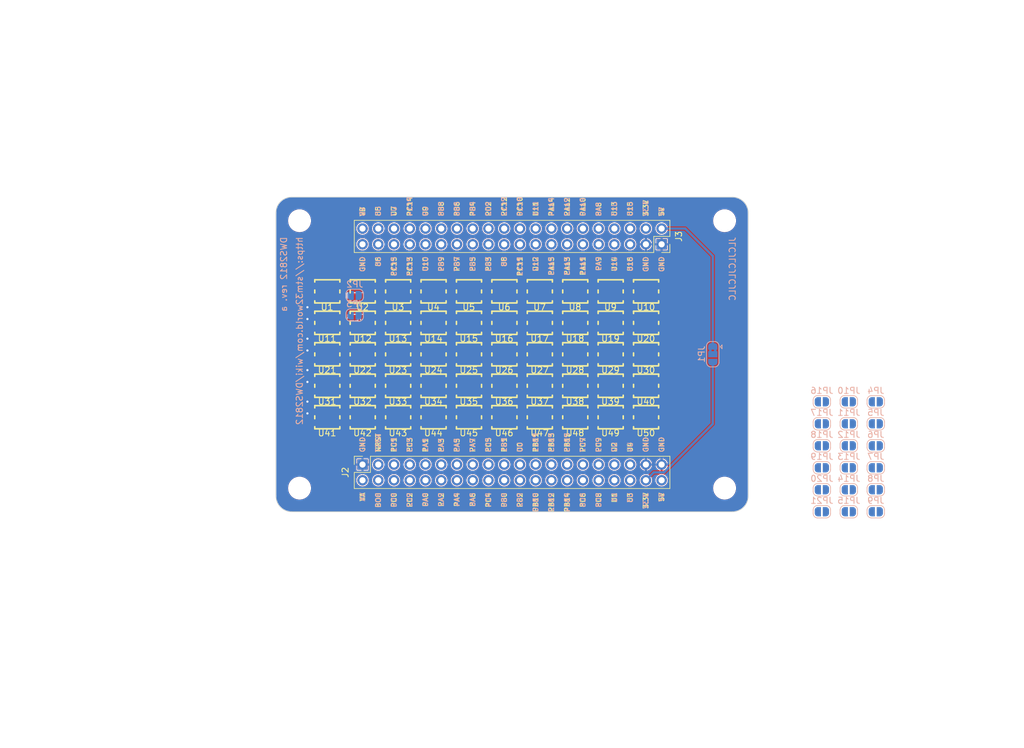
<source format=kicad_pcb>
(kicad_pcb (version 20221018) (generator pcbnew)
  (title_block (title "${TITLE}") (rev "${REVISION}") (company "${COMPANY}") (comment 1 "${AUTHOR}") (comment 2 "${AUTHOR_EMAIL}") (comment 3 "${URL}"))
  (layers (0 "F.Cu" signal) (31 "B.Cu" signal) (34 "B.Paste" user) (35 "F.Paste" user) (36 "B.SilkS" user "B.Silkscreen") (37 "F.SilkS" user "F.Silkscreen") (38 "B.Mask" user) (39 "F.Mask" user) (44 "Edge.Cuts" user))
  (property "AUTHOR" "Lars Boegild Thomsen")
  (property "AUTHOR_EMAIL" "lth@stm32world.com")
  (property "COMPANY" "Stm32World")
  (property "REVISION" "a")
  (property "TITLE" "DWS2812")
  (property "URL" "https://stm32world.com/wiki/DWS2812")
  (net 0 "")
  (net 1 "+3.3V")
  (net 9 "TIM5_2")
  (net 10 "TIM5_1")
  (net 11 "TIM5_4")
  (net 12 "TIM5_3")
  (net 23 "TIM2_4")
  (net 24 "TIM2_3")
  (net 29 "TIM3_2")
  (net 30 "TIM3_1")
  (net 31 "TIM3_4")
  (net 32 "TIM3_3")
  (net 37 "+5V")
  (net 42 "TIM1_2")
  (net 43 "TIM1_1")
  (net 44 "TIM1_4")
  (net 45 "TIM1_3")
  (net 48 "TIM2_1")
  (net 56 "TIM2_2")
  (net 74 "VCC")
  (net 75 "Net-(U1-DO)")
  (net 76 "GND")
  (net 77 "Net-(U2-DO)")
  (net 78 "Net-(U3-DO)")
  (net 79 "Net-(U4-DO)")
  (net 80 "Net-(U5-DO)")
  (net 81 "Net-(U6-DO)")
  (net 82 "Net-(U7-DO)")
  (net 83 "Net-(U8-DO)")
  (net 84 "Net-(U10-DI)")
  (net 85 "Net-(U10-DO)")
  (net 86 "Net-(U20-DO)")
  (net 87 "Net-(U11-DO)")
  (net 88 "Net-(U12-DO)")
  (net 89 "Net-(U13-DO)")
  (net 90 "Net-(U14-DO)")
  (net 91 "Net-(U15-DO)")
  (net 92 "Net-(U16-DO)")
  (net 93 "Net-(U17-DO)")
  (net 94 "Net-(U18-DO)")
  (net 95 "Net-(U19-DO)")
  (net 96 "Net-(U30-DO)")
  (net 97 "Net-(U40-DO)")
  (net 98 "Net-(U21-DO)")
  (net 99 "Net-(U22-DO)")
  (net 100 "Net-(U23-DO)")
  (net 101 "Net-(U24-DO)")
  (net 102 "Net-(U25-DO)")
  (net 103 "Net-(U26-DO)")
  (net 104 "Net-(U27-DO)")
  (net 105 "Net-(U28-DO)")
  (net 106 "Net-(U29-DO)")
  (net 107 "Net-(U31-DO)")
  (net 108 "Net-(U32-DO)")
  (net 109 "Net-(U33-DO)")
  (net 110 "Net-(U34-DO)")
  (net 111 "Net-(U35-DO)")
  (net 112 "Net-(U36-DO)")
  (net 113 "Net-(U37-DO)")
  (net 114 "Net-(U38-DO)")
  (net 115 "Net-(U39-DO)")
  (net 116 "Net-(U41-DO)")
  (net 117 "Net-(U42-DO)")
  (net 118 "Net-(U43-DO)")
  (net 119 "Net-(U44-DO)")
  (net 120 "Net-(U45-DO)")
  (net 121 "Net-(U46-DO)")
  (net 122 "Net-(U47-DO)")
  (net 123 "Net-(U48-DO)")
  (net 124 "Net-(U49-DO)")
  (net 126 "LED")
  (net 127 "TIM4_1")
  (net 128 "TIM4_2")
  (net 129 "TIM4_3")
  (net 130 "TIM4_4")
  (footprint "stm32world:LED-SMD_4P-L3.7-W3.5-P1.75-BR-SK6812MINI" (layer "F.Cu") (at 167.64 100.33 180)
    (fp_text reference "U40")
    (fp_text value "WS2812E")
  )
  (footprint "stm32world:LED-SMD_4P-L3.7-W3.5-P1.75-BR-SK6812MINI" (layer "F.Cu") (at 121.92 90.17 180)
    (fp_text reference "U12")
    (fp_text value "WS2812E")
  )
  (footprint "stm32world:LED-SMD_4P-L3.7-W3.5-P1.75-BR-SK6812MINI" (layer "F.Cu") (at 116.205 100.33 180)
    (fp_text reference "U31")
    (fp_text value "WS2812E")
  )
  (footprint "stm32world:LED-SMD_4P-L3.7-W3.5-P1.75-BR-SK6812MINI" (layer "F.Cu") (at 150.495 85.09 180)
    (fp_text reference "U7")
    (fp_text value "WS2812E")
  )
  (footprint "stm32world:LED-SMD_4P-L3.7-W3.5-P1.75-BR-SK6812MINI" (layer "F.Cu") (at 156.21 95.25 180)
    (fp_text reference "U28")
    (fp_text value "WS2812E")
  )
  (footprint "stm32world:LED-SMD_4P-L3.7-W3.5-P1.75-BR-SK6812MINI" (layer "F.Cu") (at 121.92 95.25 180)
    (fp_text reference "U22")
    (fp_text value "WS2812E")
  )
  (footprint "stm32world:LED-SMD_4P-L3.7-W3.5-P1.75-BR-SK6812MINI" (layer "F.Cu") (at 133.35 90.17 180)
    (fp_text reference "U14")
    (fp_text value "WS2812E")
  )
  (footprint "stm32world:LED-SMD_4P-L3.7-W3.5-P1.75-BR-SK6812MINI" (layer "F.Cu") (at 133.35 100.33 180)
    (fp_text reference "U34")
    (fp_text value "WS2812E")
  )
  (footprint "stm32world:LED-SMD_4P-L3.7-W3.5-P1.75-BR-SK6812MINI" (layer "F.Cu") (at 161.925 100.33 180)
    (fp_text reference "U39")
    (fp_text value "WS2812E")
  )
  (footprint "stm32world:LED-SMD_4P-L3.7-W3.5-P1.75-BR-SK6812MINI" (layer "F.Cu") (at 139.065 105.41 180)
    (fp_text reference "U45")
    (fp_text value "WS2812E")
  )
  (footprint "stm32world:LED-SMD_4P-L3.7-W3.5-P1.75-BR-SK6812MINI" (layer "F.Cu") (at 121.92 85.09 180)
    (fp_text reference "U2")
    (fp_text value "WS2812E")
  )
  (footprint "stm32world:LED-SMD_4P-L3.7-W3.5-P1.75-BR-SK6812MINI" (layer "F.Cu") (at 133.35 85.09 180)
    (fp_text reference "U4")
    (fp_text value "WS2812E")
  )
  (footprint "stm32world:LED-SMD_4P-L3.7-W3.5-P1.75-BR-SK6812MINI" (layer "F.Cu") (at 144.78 85.09 180)
    (fp_text reference "U6")
    (fp_text value "WS2812E")
  )
  (footprint "stm32world:LED-SMD_4P-L3.7-W3.5-P1.75-BR-SK6812MINI" (layer "F.Cu") (at 156.21 105.41 180)
    (fp_text reference "U48")
    (fp_text value "WS2812E")
  )
  (footprint "stm32world:LED-SMD_4P-L3.7-W3.5-P1.75-BR-SK6812MINI" (layer "F.Cu") (at 127.635 105.41 180)
    (fp_text reference "U43")
    (fp_text value "WS2812E")
  )
  (footprint "stm32world:LED-SMD_4P-L3.7-W3.5-P1.75-BR-SK6812MINI" (layer "F.Cu") (at 161.925 105.41 180)
    (fp_text reference "U49")
    (fp_text value "WS2812E")
  )
  (footprint "stm32world:LED-SMD_4P-L3.7-W3.5-P1.75-BR-SK6812MINI" (layer "F.Cu") (at 156.21 100.33 180)
    (fp_text reference "U38")
    (fp_text value "WS2812E")
  )
  (footprint "stm32world:LED-SMD_4P-L3.7-W3.5-P1.75-BR-SK6812MINI" (layer "F.Cu") (at 139.065 85.09 180)
    (fp_text reference "U5")
    (fp_text value "WS2812E")
  )
  (footprint "stm32world:LED-SMD_4P-L3.7-W3.5-P1.75-BR-SK6812MINI" (layer "F.Cu") (at 167.64 95.25 180)
    (fp_text reference "U30")
    (fp_text value "WS2812E")
  )
  (footprint "stm32world:LED-SMD_4P-L3.7-W3.5-P1.75-BR-SK6812MINI" (layer "F.Cu") (at 150.495 100.33 180)
    (fp_text reference "U37")
    (fp_text value "WS2812E")
  )
  (footprint "stm32world:LED-SMD_4P-L3.7-W3.5-P1.75-BR-SK6812MINI" (layer "F.Cu") (at 161.925 95.25 180)
    (fp_text reference "U29")
    (fp_text value "WS2812E")
  )
  (footprint "stm32world:LED-SMD_4P-L3.7-W3.5-P1.75-BR-SK6812MINI" (layer "F.Cu") (at 156.21 85.09 180)
    (fp_text reference "U8")
    (fp_text value "WS2812E")
  )
  (footprint "stm32world:LED-SMD_4P-L3.7-W3.5-P1.75-BR-SK6812MINI" (layer "F.Cu") (at 116.205 105.41 180)
    (fp_text reference "U41")
    (fp_text value "WS2812E")
  )
  (footprint "stm32world:LED-SMD_4P-L3.7-W3.5-P1.75-BR-SK6812MINI" (layer "F.Cu") (at 139.065 100.33 180)
    (fp_text reference "U35")
    (fp_text value "WS2812E")
  )
  (footprint "stm32world:LED-SMD_4P-L3.7-W3.5-P1.75-BR-SK6812MINI" (layer "F.Cu") (at 144.78 105.41 180)
    (fp_text reference "U46")
    (fp_text value "WS2812E")
  )
  (footprint "stm32world:LED-SMD_4P-L3.7-W3.5-P1.75-BR-SK6812MINI" (layer "F.Cu") (at 167.64 85.09 180)
    (fp_text reference "U10")
    (fp_text value "WS2812E")
  )
  (footprint "stm32world:PinSocket_2x20_P2.54mm_Vertical_Stackable" (layer "F.Cu") (at 170.18 77.47 -90)
    (fp_text reference "J3")
    (fp_text value "STM32WORLD_CONNECTOR_2")
  )
  (footprint "stm32world:LED-SMD_4P-L3.7-W3.5-P1.75-BR-SK6812MINI" (layer "F.Cu") (at 150.495 90.17 180)
    (fp_text reference "U17")
    (fp_text value "WS2812E")
  )
  (footprint "stm32world:LED-SMD_4P-L3.7-W3.5-P1.75-BR-SK6812MINI" (layer "F.Cu") (at 150.495 105.41 180)
    (fp_text reference "U47")
    (fp_text value "WS2812E")
  )
  (footprint "stm32world:LED-SMD_4P-L3.7-W3.5-P1.75-BR-SK6812MINI" (layer "F.Cu") (at 127.635 90.17 180)
    (fp_text reference "U13")
    (fp_text value "WS2812E")
  )
  (footprint "stm32world:LED-SMD_4P-L3.7-W3.5-P1.75-BR-SK6812MINI" (layer "F.Cu") (at 127.635 85.09 180)
    (fp_text reference "U3")
    (fp_text value "WS2812E")
  )
  (footprint "stm32world:LED-SMD_4P-L3.7-W3.5-P1.75-BR-SK6812MINI" (layer "F.Cu") (at 161.925 90.17 180)
    (fp_text reference "U19")
    (fp_text value "WS2812E")
  )
  (footprint "stm32world:LED-SMD_4P-L3.7-W3.5-P1.75-BR-SK6812MINI" (layer "F.Cu") (at 116.205 95.25 180)
    (fp_text reference "U21")
    (fp_text value "WS2812E")
  )
  (footprint "stm32world:LED-SMD_4P-L3.7-W3.5-P1.75-BR-SK6812MINI" (layer "F.Cu") (at 116.205 90.17 180)
    (fp_text reference "U11")
    (fp_text value "WS2812E")
  )
  (footprint "stm32world:LED-SMD_4P-L3.7-W3.5-P1.75-BR-SK6812MINI" (layer "F.Cu") (at 167.64 105.41 180)
    (fp_text reference "U50")
    (fp_text value "WS2812E")
  )
  (footprint "stm32world:LED-SMD_4P-L3.7-W3.5-P1.75-BR-SK6812MINI" (layer "F.Cu") (at 139.065 90.17 180)
    (fp_text reference "U15")
    (fp_text value "WS2812E")
  )
  (footprint "stm32world:LED-SMD_4P-L3.7-W3.5-P1.75-BR-SK6812MINI" (layer "F.Cu") (at 150.495 95.25 180)
    (fp_text reference "U27")
    (fp_text value "WS2812E")
  )
  (footprint "stm32world:LED-SMD_4P-L3.7-W3.5-P1.75-BR-SK6812MINI" (layer "F.Cu") (at 144.78 100.33 180)
    (fp_text reference "U36")
    (fp_text value "WS2812E")
  )
  (footprint "stm32world:LED-SMD_4P-L3.7-W3.5-P1.75-BR-SK6812MINI" (layer "F.Cu") (at 121.92 105.41 180)
    (fp_text reference "U42")
    (fp_text value "WS2812E")
  )
  (footprint "stm32world:STM32WORLD_BOARD" (layer "F.Cu") (at 146.05 95.25)
    (fp_text reference "J1" hide)
    (fp_text value "STM32WORLD_BOARD")
    (fp_line (start -38.1 22.86) (end -38.1 -22.86) (stroke (width 0.12)) (layer "Edge.Cuts"))
    (fp_line (start -35.56 -25.4) (end 35.56 -25.4) (stroke (width 0.12)) (layer "Edge.Cuts"))
    (fp_line (start 35.56 25.4) (end -35.56 25.4) (stroke (width 0.12)) (layer "Edge.Cuts"))
    (fp_line (start 38.1 -22.86) (end 38.1 22.86) (stroke (width 0.12)) (layer "Edge.Cuts"))
    (fp_arc (start -38.1 -22.86) (mid -37.356051 -24.656051) (end -35.56 -25.4) (stroke (width 0.12)) (layer "Edge.Cuts"))
    (fp_arc (start -35.56 25.4) (mid -37.356051 24.656051) (end -38.1 22.86) (stroke (width 0.12)) (layer "Edge.Cuts"))
    (fp_arc (start 35.56 -25.4) (mid 37.356051 -24.656051) (end 38.1 -22.86) (stroke (width 0.12)) (layer "Edge.Cuts"))
    (fp_arc (start 38.1 22.86) (mid 37.356051 24.656051) (end 35.56 25.4) (stroke (width 0.12)) (layer "Edge.Cuts"))
  )
  (footprint "stm32world:LED-SMD_4P-L3.7-W3.5-P1.75-BR-SK6812MINI" (layer "F.Cu") (at 127.635 100.33 180)
    (fp_text reference "U33")
    (fp_text value "WS2812E")
  )
  (footprint "stm32world:LED-SMD_4P-L3.7-W3.5-P1.75-BR-SK6812MINI" (layer "F.Cu") (at 156.21 90.17 180)
    (fp_text reference "U18")
    (fp_text value "WS2812E")
  )
  (footprint "stm32world:LED-SMD_4P-L3.7-W3.5-P1.75-BR-SK6812MINI" (layer "F.Cu") (at 139.065 95.25 180)
    (fp_text reference "U25")
    (fp_text value "WS2812E")
  )
  (footprint "stm32world:LED-SMD_4P-L3.7-W3.5-P1.75-BR-SK6812MINI" (layer "F.Cu") (at 144.78 90.17 180)
    (fp_text reference "U16")
    (fp_text value "WS2812E")
  )
  (footprint "stm32world:LED-SMD_4P-L3.7-W3.5-P1.75-BR-SK6812MINI" (layer "F.Cu") (at 133.35 105.41 180)
    (fp_text reference "U44")
    (fp_text value "WS2812E")
  )
  (footprint "stm32world:LED-SMD_4P-L3.7-W3.5-P1.75-BR-SK6812MINI" (layer "F.Cu") (at 167.64 90.17 180)
    (fp_text reference "U20")
    (fp_text value "WS2812E")
  )
  (footprint "stm32world:LED-SMD_4P-L3.7-W3.5-P1.75-BR-SK6812MINI" (layer "F.Cu") (at 116.205 85.09 180)
    (fp_text reference "U1")
    (fp_text value "WS2812E")
  )
  (footprint "stm32world:LED-SMD_4P-L3.7-W3.5-P1.75-BR-SK6812MINI" (layer "F.Cu") (at 121.92 100.33 180)
    (fp_text reference "U32")
    (fp_text value "WS2812E")
  )
  (footprint "stm32world:PinSocket_2x20_P2.54mm_Vertical_Stackable" (layer "F.Cu") (at 121.92 113.03 90)
    (fp_text reference "J2")
    (fp_text value "STM32WORLD_CONNECTOR_1")
  )
  (footprint "stm32world:LED-SMD_4P-L3.7-W3.5-P1.75-BR-SK6812MINI" (layer "F.Cu") (at 144.78 95.25 180)
    (fp_text reference "U26")
    (fp_text value "WS2812E")
  )
  (footprint "stm32world:LED-SMD_4P-L3.7-W3.5-P1.75-BR-SK6812MINI" (layer "F.Cu") (at 133.35 95.25 180)
    (fp_text reference "U24")
    (fp_text value "WS2812E")
  )
  (footprint "stm32world:LED-SMD_4P-L3.7-W3.5-P1.75-BR-SK6812MINI" (layer "F.Cu") (at 127.635 95.25 180)
    (fp_text reference "U23")
    (fp_text value "WS2812E")
  )
  (footprint "stm32world:LED-SMD_4P-L3.7-W3.5-P1.75-BR-SK6812MINI" (layer "F.Cu") (at 161.925 85.09 180)
    (fp_text reference "U9")
    (fp_text value "WS2812E")
  )
  (footprint "Jumper:SolderJumper-2_P1.3mm_Open_RoundedPad1.0x1.5mm" (layer "B.Cu") (at 204.738334 102.9 180)
    (fp_text reference "JP4")
    (fp_text value "~")
  )
  (footprint "Jumper:SolderJumper-2_P1.3mm_Open_RoundedPad1.0x1.5mm" (layer "B.Cu") (at 204.738334 106.45 180)
    (fp_text reference "JP5")
    (fp_text value "~")
  )
  (footprint "Jumper:SolderJumper-2_P1.3mm_Open_RoundedPad1.0x1.5mm" (layer "B.Cu") (at 200.388334 102.9 180)
    (fp_text reference "JP10")
    (fp_text value "~")
  )
  (footprint "Jumper:SolderJumper-2_P1.3mm_Open_RoundedPad1.0x1.5mm" (layer "B.Cu") (at 204.738334 120.65 180)
    (fp_text reference "JP9")
    (fp_text value "~")
  )
  (footprint "Jumper:SolderJumper-3_P1.3mm_Bridged2Bar12_RoundedPad1.0x1.5mm" (layer "B.Cu") (at 178.435 95.22 -90)
    (fp_text reference "JP1")
    (fp_text value "~")
  )
  (footprint "Jumper:SolderJumper-2_P1.3mm_Open_RoundedPad1.0x1.5mm" (layer "B.Cu") (at 196.038334 106.45 180)
    (fp_text reference "JP17")
    (fp_text value "~")
  )
  (footprint "Jumper:SolderJumper-2_P1.3mm_Open_RoundedPad1.0x1.5mm" (layer "B.Cu") (at 200.388334 113.55 180)
    (fp_text reference "JP13")
    (fp_text value "~")
  )
  (footprint "Jumper:SolderJumper-2_P1.3mm_Open_RoundedPad1.0x1.5mm" (layer "B.Cu") (at 120.65 88.9 180)
    (fp_text reference "JP3")
    (fp_text value "~")
  )
  (footprint "Jumper:SolderJumper-2_P1.3mm_Open_RoundedPad1.0x1.5mm" (layer "B.Cu") (at 196.038334 117.1 180)
    (fp_text reference "JP20")
    (fp_text value "~")
  )
  (footprint "Jumper:SolderJumper-2_P1.3mm_Open_RoundedPad1.0x1.5mm" (layer "B.Cu") (at 204.738334 113.55 180)
    (fp_text reference "JP7")
    (fp_text value "~")
  )
  (footprint "Jumper:SolderJumper-2_P1.3mm_Open_RoundedPad1.0x1.5mm" (layer "B.Cu") (at 200.388334 117.1 180)
    (fp_text reference "JP14")
    (fp_text value "~")
  )
  (footprint "Jumper:SolderJumper-2_P1.3mm_Open_RoundedPad1.0x1.5mm" (layer "B.Cu") (at 204.738334 110 180)
    (fp_text reference "JP6")
    (fp_text value "~")
  )
  (footprint "Jumper:SolderJumper-2_P1.3mm_Open_RoundedPad1.0x1.5mm" (layer "B.Cu") (at 200.388334 106.45 180)
    (fp_text reference "JP11")
    (fp_text value "~")
  )
  (footprint "Jumper:SolderJumper-2_P1.3mm_Open_RoundedPad1.0x1.5mm" (layer "B.Cu") (at 196.038334 102.9 180)
    (fp_text reference "JP16")
    (fp_text value "~")
  )
  (footprint "Jumper:SolderJumper-2_P1.3mm_Open_RoundedPad1.0x1.5mm" (layer "B.Cu") (at 196.038334 110 180)
    (fp_text reference "JP18")
    (fp_text value "~")
  )
  (footprint "Jumper:SolderJumper-2_P1.3mm_Open_RoundedPad1.0x1.5mm" (layer "B.Cu") (at 120.665 85.725 180)
    (fp_text reference "JP2")
    (fp_text value "~")
  )
  (footprint "Jumper:SolderJumper-2_P1.3mm_Open_RoundedPad1.0x1.5mm" (layer "B.Cu") (at 200.388334 120.65 180)
    (fp_text reference "JP15")
    (fp_text value "~")
  )
  (footprint "Jumper:SolderJumper-2_P1.3mm_Open_RoundedPad1.0x1.5mm" (layer "B.Cu") (at 196.038334 120.65 180)
    (fp_text reference "JP21")
    (fp_text value "~")
  )
  (footprint "Jumper:SolderJumper-2_P1.3mm_Open_RoundedPad1.0x1.5mm" (layer "B.Cu") (at 196.038334 113.55 180)
    (fp_text reference "JP19")
    (fp_text value "~")
  )
  (footprint "Jumper:SolderJumper-2_P1.3mm_Open_RoundedPad1.0x1.5mm" (layer "B.Cu") (at 204.738334 117.1 180)
    (fp_text reference "JP8")
    (fp_text value "~")
  )
  (footprint "Jumper:SolderJumper-2_P1.3mm_Open_RoundedPad1.0x1.5mm" (layer "B.Cu") (at 200.388334 110 180)
    (fp_text reference "JP12")
    (fp_text value "~")
  )
  (segment (start 168.91 114.3) (end 167.64 115.57) (width 0.381) (layer "B.Cu") (net 1))
  (segment (start 178.435 106.462016) (end 170.597016 114.3) (width 0.381) (layer "B.Cu") (net 1))
  (segment (start 170.597016 114.3) (end 168.91 114.3) (width 0.381) (layer "B.Cu") (net 1))
  (segment (start 178.435 96.52) (end 178.435 106.462016) (width 0.381) (layer "B.Cu") (net 1))
  (segment (start 178.435 93.92) (end 178.435 79.375) (width 0.381) (layer "B.Cu") (net 37))
  (segment (start 178.435 79.375) (end 173.99 74.93) (width 0.381) (layer "B.Cu") (net 37))
  (segment (start 173.99 74.93) (end 170.18 74.93) (width 0.381) (layer "B.Cu") (net 37))
  (segment (start 132.18 101.21) (end 133.205 102.235) (width 0.381) (layer "F.Cu") (net 74))
  (segment (start 121.6492 107.315) (end 125.44 107.315) (width 0.381) (layer "F.Cu") (net 74))
  (segment (start 160.755 106.29) (end 161.78 107.315) (width 0.381) (layer "F.Cu") (net 74))
  (segment (start 119.725 97.155) (end 120.75 96.13) (width 0.381) (layer "F.Cu") (net 74))
  (segment (start 161.6979 102.1529) (end 165.5271 102.1529) (width 0.381) (layer "F.Cu") (net 74))
  (segment (start 136.87 107.315) (end 137.895 106.29) (width 0.381) (layer "F.Cu") (net 74))
  (segment (start 120.75 101.21) (end 121.775 102.235) (width 0.381) (layer "F.Cu") (net 74))
  (segment (start 115.035 106.29) (end 115.9779 107.2329) (width 0.381) (layer "F.Cu") (net 74))
  (segment (start 133.1229 91.9929) (end 136.9521 91.9929) (width 0.381) (layer "F.Cu") (net 74))
  (segment (start 143.61 91.05) (end 144.5529 91.9929) (width 0.381) (layer "F.Cu") (net 74))
  (segment (start 165.5271 91.9929) (end 166.47 91.05) (width 0.381) (layer "F.Cu") (net 74))
  (segment (start 165.445 97.155) (end 166.47 96.13) (width 0.381) (layer "F.Cu") (net 74))
  (segment (start 111.76 101.29) (end 111.76 105.41) (width 0.381) (layer "F.Cu") (net 74))
  (segment (start 111.8 91.05) (end 115.035 91.05) (width 0.381) (layer "F.Cu") (net 74))
  (segment (start 127.4079 91.9929) (end 131.2371 91.9929) (width 0.381) (layer "F.Cu") (net 74))
  (segment (start 132.18 91.05) (end 133.1229 91.9929) (width 0.381) (layer "F.Cu") (net 74))
  (segment (start 115.035 101.21) (end 116.06 102.235) (width 0.381) (layer "F.Cu") (net 74))
  (segment (start 126.465 85.97) (end 127.49 86.995) (width 0.381) (layer "F.Cu") (net 74))
  (segment (start 149.325 85.97) (end 150.35 86.995) (width 0.381) (layer "F.Cu") (net 74))
  (segment (start 159.8121 97.0729) (end 160.755 96.13) (width 0.381) (layer "F.Cu") (net 74))
  (segment (start 155.04 96.13) (end 155.9829 97.0729) (width 0.381) (layer "F.Cu") (net 74))
  (segment (start 111.76 105.41) (end 112.64 106.29) (width 0.381) (layer "F.Cu") (net 74))
  (segment (start 127.49 107.315) (end 131.155 107.315) (width 0.381) (layer "F.Cu") (net 74))
  (segment (start 160.755 91.05) (end 161.6979 91.9929) (width 0.381) (layer "F.Cu") (net 74))
  (segment (start 142.585 107.315) (end 143.61 106.29) (width 0.381) (layer "F.Cu") (net 74))
  (segment (start 161.78 107.315) (end 165.445 107.315) (width 0.381) (layer "F.Cu") (net 74))
  (segment (start 131.155 86.995) (end 132.18 85.97) (width 0.381) (layer "F.Cu") (net 74))
  (segment (start 148.3 102.235) (end 149.325 101.21) (width 0.381) (layer "F.Cu") (net 74))
  (segment (start 150.35 97.155) (end 154.015 97.155) (width 0.381) (layer "F.Cu") (net 74))
  (segment (start 165.445 107.315) (end 166.47 106.29) (width 0.381) (layer "F.Cu") (net 74))
  (segment (start 159.73 86.995) (end 160.755 85.97) (width 0.381) (layer "F.Cu") (net 74))
  (segment (start 144.5529 86.9129) (end 148.3821 86.9129) (width 0.381) (layer "F.Cu") (net 74))
  (segment (start 160.755 91.05) (end 159.8121 91.9929) (width 0.381) (layer "F.Cu") (net 74))
  (segment (start 149.325 106.29) (end 150.2679 107.2329) (width 0.381) (layer "F.Cu") (net 74))
  (segment (start 127.49 86.995) (end 131.155 86.995) (width 0.381) (layer "F.Cu") (net 74))
  (segment (start 131.155 102.235) (end 132.18 101.21) (width 0.381) (layer "F.Cu") (net 74))
  (segment (start 150.35 102.235) (end 154.015 102.235) (width 0.381) (layer "F.Cu") (net 74))
  (segment (start 144.5529 97.0729) (end 148.3821 97.0729) (width 0.381) (layer "F.Cu") (net 74))
  (segment (start 120.75 91.05) (end 121.6929 91.9929) (width 0.381) (layer "F.Cu") (net 74))
  (segment (start 115.035 85.97) (end 116.06 86.995) (width 0.381) (layer "F.Cu") (net 74))
  (segment (start 111.76 91.01) (end 111.8 91.05) (width 0.381) (layer "F.Cu") (net 74))
  (segment (start 143.61 106.29) (end 144.635 107.315) (width 0.381) (layer "F.Cu") (net 74))
  (segment (start 165.5271 102.1529) (end 166.47 101.21) (width 0.381) (layer "F.Cu") (net 74))
  (segment (start 131.2371 97.0729) (end 132.18 96.13) (width 0.381) (layer "F.Cu") (net 74))
  (segment (start 137.895 91.05) (end 138.92 92.075) (width 0.381) (layer "F.Cu") (net 74))
  (segment (start 115.035 91.05) (end 115.9779 91.9929) (width 0.381) (layer "F.Cu") (net 74))
  (segment (start 150.2679 91.9929) (end 154.0971 91.9929) (width 0.381) (layer "F.Cu") (net 74))
  (segment (start 154.0971 107.2329) (end 155.04 106.29) (width 0.381) (layer "F.Cu") (net 74))
  (segment (start 115.9779 91.9929) (end 119.8071 91.9929) (width 0.381) (layer "F.Cu") (net 74))
  (segment (start 142.585 86.995) (end 143.61 85.97) (width 0.381) (layer "F.Cu") (net 74))
  (segment (start 112.785 85.97) (end 111.76 86.995) (width 0.381) (layer "F.Cu") (net 74))
  (segment (start 156.065 86.995) (end 159.73 86.995) (width 0.381) (layer "F.Cu") (net 74))
  (segment (start 154.015 102.235) (end 155.04 101.21) (width 0.381) (layer "F.Cu") (net 74))
  (segment (start 119.8071 91.9929) (end 120.75 91.05) (width 0.381) (layer "F.Cu") (net 74))
  (segment (start 125.44 102.235) (end 126.465 101.21) (width 0.381) (layer "F.Cu") (net 74))
  (segment (start 111.84 101.21) (end 115.035 101.21) (width 0.381) (layer "F.Cu") (net 74))
  (segment (start 115.035 85.97) (end 112.785 85.97) (width 0.381) (layer "F.Cu") (net 74))
  (segment (start 161.6979 91.9929) (end 165.5271 91.9929) (width 0.381) (layer "F.Cu") (net 74))
  (segment (start 160.755 85.97) (end 161.6979 86.9129) (width 0.381) (layer "F.Cu") (net 74))
  (segment (start 120.75 96.13) (end 121.6929 97.0729) (width 0.381) (layer "F.Cu") (net 74))
  (segment (start 142.585 92.075) (end 143.61 91.05) (width 0.381) (layer "F.Cu") (net 74))
  (segment (start 159.8121 91.9929) (end 155.9829 91.9929) (width 0.381) (layer "F.Cu") (net 74))
  (segment (start 126.465 96.13) (end 127.4079 97.0729) (width 0.381) (layer "F.Cu") (net 74))
  (segment (start 161.78 97.155) (end 165.445 97.155) (width 0.381) (layer "F.Cu") (net 74))
  (segment (start 116.06 97.155) (end 119.725 97.155) (width 0.381) (layer "F.Cu") (net 74))
  (segment (start 148.3821 86.9129) (end 149.325 85.97) (width 0.381) (layer "F.Cu") (net 74))
  (segment (start 155.04 106.29) (end 156.065 107.315) (width 0.381) (layer "F.Cu") (net 74))
  (segment (start 121.6929 91.9929) (end 125.5221 91.9929) (width 0.381) (layer "F.Cu") (net 74))
  (segment (start 121.6929 86.9129) (end 125.5221 86.9129) (width 0.381) (layer "F.Cu") (net 74))
  (segment (start 137.895 96.13) (end 138.8379 97.0729) (width 0.381) (layer "F.Cu") (net 74))
  (segment (start 120.75 106.29) (end 120.75 106.4158) (width 0.381) (layer "F.Cu") (net 74))
  (segment (start 144.5529 91.9929) (end 148.3821 91.9929) (width 0.381) (layer "F.Cu") (net 74))
  (segment (start 142.585 102.235) (end 143.61 101.21) (width 0.381) (layer "F.Cu") (net 74))
  (segment (start 138.92 107.315) (end 142.585 107.315) (width 0.381) (layer "F.Cu") (net 74))
  (segment (start 144.635 102.235) (end 148.3 102.235) (width 0.381) (layer "F.Cu") (net 74))
  (segment (start 131.2371 91.9929) (end 132.18 91.05) (width 0.381) (layer "F.Cu") (net 74))
  (segment (start 159.73 102.235) (end 160.755 101.21) (width 0.381) (layer "F.Cu") (net 74))
  (segment (start 149.325 96.13) (end 150.35 97.155) (width 0.381) (layer "F.Cu") (net 74))
  (segment (start 119.725 86.995) (end 120.75 85.97) (width 0.381) (layer "F.Cu") (net 74))
  (segment (start 138.92 92.075) (end 142.585 92.075) (width 0.381) (layer "F.Cu") (net 74))
  (segment (start 126.465 106.29) (end 127.49 107.315) (width 0.381) (layer "F.Cu") (net 74))
  (segment (start 126.465 101.21) (end 127.49 102.235) (width 0.381) (layer "F.Cu") (net 74))
  (segment (start 165.5271 86.9129) (end 166.47 85.97) (width 0.381) (layer "F.Cu") (net 74))
  (segment (start 121.775 102.235) (end 125.44 102.235) (width 0.381) (layer "F.Cu") (net 74))
  (segment (start 143.61 85.97) (end 144.5529 86.9129) (width 0.381) (layer "F.Cu") (net 74))
  (segment (start 143.61 96.13) (end 144.5529 97.0729) (width 0.381) (layer "F.Cu") (net 74))
  (segment (start 155.04 101.21) (end 156.065 102.235) (width 0.381) (layer "F.Cu") (net 74))
  (segment (start 116.06 102.235) (end 119.725 102.235) (width 0.381) (layer "F.Cu") (net 74))
  (segment (start 137.895 106.29) (end 138.92 107.315) (width 0.381) (layer "F.Cu") (net 74))
  (segment (start 132.18 96.13) (end 133.205 97.155) (width 0.381) (layer "F.Cu") (net 74))
  (segment (start 126.465 91.05) (end 127.4079 91.9929) (width 0.381) (layer "F.Cu") (net 74))
  (segment (start 119.725 102.235) (end 120.75 101.21) (width 0.381) (layer "F.Cu") (net 74))
  (segment (start 143.61 101.21) (end 144.635 102.235) (width 0.381) (layer "F.Cu") (net 74))
  (segment (start 150.35 86.995) (end 154.015 86.995) (width 0.381) (layer "F.Cu") (net 74))
  (segment (start 111.76 86.995) (end 111.76 91.01) (width 0.381) (layer "F.Cu") (net 74))
  (segment (start 161.6979 86.9129) (end 165.5271 86.9129) (width 0.381) (layer "F.Cu") (net 74))
  (segment (start 112.64 106.29) (end 115.035 106.29) (width 0.381) (layer "F.Cu") (net 74))
  (segment (start 155.9829 97.0729) (end 159.8121 97.0729) (width 0.381) (layer "F.Cu") (net 74))
  (segment (start 156.065 102.235) (end 159.73 102.235) (width 0.381) (layer "F.Cu") (net 74))
  (segment (start 132.18 106.29) (end 133.205 107.315) (width 0.381) (layer "F.Cu") (net 74))
  (segment (start 133.205 102.235) (end 136.87 102.235) (width 0.381) (layer "F.Cu") (net 74))
  (segment (start 137.895 85.97) (end 138.92 86.995) (width 0.381) (layer "F.Cu") (net 74))
  (segment (start 136.87 102.235) (end 137.895 101.21) (width 0.381) (layer "F.Cu") (net 74))
  (segment (start 116.06 86.995) (end 119.725 86.995) (width 0.381) (layer "F.Cu") (net 74))
  (segment (start 127.49 102.235) (end 131.155 102.235) (width 0.381) (layer "F.Cu") (net 74))
  (segment (start 125.44 107.315) (end 126.465 106.29) (width 0.381) (layer "F.Cu") (net 74))
  (segment (start 121.6929 97.0729) (end 125.5221 97.0729) (width 0.381) (layer "F.Cu") (net 74))
  (segment (start 154.015 97.155) (end 155.04 96.13) (width 0.381) (layer "F.Cu") (net 74))
  (segment (start 155.04 85.97) (end 156.065 86.995) (width 0.381) (layer "F.Cu") (net 74))
  (segment (start 138.92 102.235) (end 142.585 102.235) (width 0.381) (layer "F.Cu") (net 74))
  (segment (start 150.2679 107.2329) (end 154.0971 107.2329) (width 0.381) (layer "F.Cu") (net 74))
  (segment (start 127.4079 97.0729) (end 131.2371 97.0729) (width 0.381) (layer "F.Cu") (net 74))
  (segment (start 160.755 96.13) (end 161.78 97.155) (width 0.381) (layer "F.Cu") (net 74))
  (segment (start 138.8379 97.0729) (end 142.6671 97.0729) (width 0.381) (layer "F.Cu") (net 74))
  (segment (start 131.155 107.315) (end 132.18 106.29) (width 0.381) (layer "F.Cu") (net 74))
  (segment (start 111.76 96.16) (end 111.79 96.13) (width 0.381) (layer "F.Cu") (net 74))
  (segment (start 133.205 107.315) (end 136.87 107.315) (width 0.381) (layer "F.Cu") (net 74))
  (segment (start 138.92 86.995) (end 142.585 86.995) (width 0.381) (layer "F.Cu") (net 74))
  (segment (start 149.325 101.21) (end 150.35 102.235) (width 0.381) (layer "F.Cu") (net 74))
  (segment (start 136.87 86.995) (end 137.895 85.97) (width 0.381) (layer "F.Cu") (net 74))
  (segment (start 125.5221 86.9129) (end 126.465 85.97) (width 0.381) (layer "F.Cu") (net 74))
  (segment (start 136.9521 91.9929) (end 137.895 91.05) (width 0.381) (layer "F.Cu") (net 74))
  (segment (start 115.9779 107.2329) (end 119.8071 107.2329) (width 0.381) (layer "F.Cu") (net 74))
  (segment (start 111.79 96.13) (end 115.035 96.13) (width 0.381) (layer "F.Cu") (net 74))
  (segment (start 148.3 107.315) (end 149.325 106.29) (width 0.381) (layer "F.Cu") (net 74))
  (segment (start 120.75 85.97) (end 121.6929 86.9129) (width 0.381) (layer "F.Cu") (net 74))
  (segment (start 149.325 91.05) (end 150.2679 91.9929) (width 0.381) (layer "F.Cu") (net 74))
  (segment (start 137.895 101.21) (end 138.92 102.235) (width 0.381) (layer "F.Cu") (net 74))
  (segment (start 159.73 107.315) (end 160.755 106.29) (width 0.381) (layer "F.Cu") (net 74))
  (segment (start 133.205 86.995) (end 136.87 86.995) (width 0.381) (layer "F.Cu") (net 74))
  (segment (start 111.76 91.01) (end 111.76 96.16) (width 0.381) (layer "F.Cu") (net 74))
  (segment (start 144.635 107.315) (end 148.3 107.315) (width 0.381) (layer "F.Cu") (net 74))
  (segment (start 160.755 101.21) (end 161.6979 102.1529) (width 0.381) (layer "F.Cu") (net 74))
  (segment (start 136.87 97.155) (end 137.895 96.13) (width 0.381) (layer "F.Cu") (net 74))
  (segment (start 115.035 96.13) (end 116.06 97.155) (width 0.381) (layer "F.Cu") (net 74))
  (segment (start 154.0971 91.9929) (end 155.04 91.05) (width 0.381) (layer "F.Cu") (net 74))
  (segment (start 111.76 101.29) (end 111.84 101.21) (width 0.381) (layer "F.Cu") (net 74))
  (segment (start 142.6671 97.0729) (end 143.61 96.13) (width 0.381) (layer "F.Cu") (net 74))
  (segment (start 125.5221 91.9929) (end 126.465 91.05) (width 0.381) (layer "F.Cu") (net 74))
  (segment (start 119.8071 107.2329) (end 120.75 106.29) (width 0.381) (layer "F.Cu") (net 74))
  (segment (start 156.065 107.315) (end 159.73 107.315) (width 0.381) (layer "F.Cu") (net 74))
  (segment (start 155.9829 91.9929) (end 155.04 91.05) (width 0.381) (layer "F.Cu") (net 74))
  (segment (start 148.3821 97.0729) (end 149.325 96.13) (width 0.381) (layer "F.Cu") (net 74))
  (segment (start 125.5221 97.0729) (end 126.465 96.13) (width 0.381) (layer "F.Cu") (net 74))
  (segment (start 154.015 86.995) (end 155.04 85.97) (width 0.381) (layer "F.Cu") (net 74))
  (segment (start 111.76 96.16) (end 111.76 101.29) (width 0.381) (layer "F.Cu") (net 74))
  (segment (start 120.75 106.4158) (end 121.6492 107.315) (width 0.381) (layer "F.Cu") (net 74))
  (segment (start 148.3821 91.9929) (end 149.325 91.05) (width 0.381) (layer "F.Cu") (net 74))
  (segment (start 133.205 97.155) (end 136.87 97.155) (width 0.381) (layer "F.Cu") (net 74))
  (segment (start 132.18 85.97) (end 133.205 86.995) (width 0.381) (layer "F.Cu") (net 74))
  (segment (start 118.075 85.97) (end 119.835 84.21) (width 0.2286) (layer "F.Cu") (net 75))
  (segment (start 119.835 84.21) (end 120.35 84.21) (width 0.2286) (layer "F.Cu") (net 75))
  (segment (start 117.775 85.97) (end 118.075 85.97) (width 0.2286) (layer "F.Cu") (net 75))
  (via (at 113.03 94.615) (size 0.7) (drill 0.35) (layers "F.Cu" "B.Cu") (net 76))
  (via (at 113.03 92.71) (size 0.7) (drill 0.35) (layers "F.Cu" "B.Cu") (net 76))
  (via (at 113.03 104.775) (size 0.7) (drill 0.35) (layers "F.Cu" "B.Cu") (net 76))
  (via (at 113.03 99.695) (size 0.7) (drill 0.35) (layers "F.Cu" "B.Cu") (net 76))
  (via (at 113.03 89.535) (size 0.7) (drill 0.35) (layers "F.Cu" "B.Cu") (net 76))
  (via (at 113.03 87.63) (size 0.7) (drill 0.35) (layers "F.Cu" "B.Cu") (net 76))
  (via (at 113.03 102.87) (size 0.7) (drill 0.35) (layers "F.Cu" "B.Cu") (net 76))
  (via (at 113.03 97.79) (size 0.7) (drill 0.35) (layers "F.Cu" "B.Cu") (net 76))
  (segment (start 123.79 85.97) (end 125.55 84.21) (width 0.2286) (layer "F.Cu") (net 77))
  (segment (start 125.55 84.21) (end 126.065 84.21) (width 0.2286) (layer "F.Cu") (net 77))
  (segment (start 123.49 85.97) (end 123.79 85.97) (width 0.2286) (layer "F.Cu") (net 77))
  (segment (start 131.265 84.21) (end 131.78 84.21) (width 0.2286) (layer "F.Cu") (net 78))
  (segment (start 129.505 85.97) (end 131.265 84.21) (width 0.2286) (layer "F.Cu") (net 78))
  (segment (start 129.205 85.97) (end 129.505 85.97) (width 0.2286) (layer "F.Cu") (net 78))
  (segment (start 134.92 85.97) (end 135.22 85.97) (width 0.2286) (layer "F.Cu") (net 79))
  (segment (start 135.22 85.97) (end 136.98 84.21) (width 0.2286) (layer "F.Cu") (net 79))
  (segment (start 136.98 84.21) (end 137.495 84.21) (width 0.2286) (layer "F.Cu") (net 79))
  (segment (start 140.635 85.97) (end 140.935 85.97) (width 0.2286) (layer "F.Cu") (net 80))
  (segment (start 140.935 85.97) (end 142.695 84.21) (width 0.2286) (layer "F.Cu") (net 80))
  (segment (start 142.695 84.21) (end 143.21 84.21) (width 0.2286) (layer "F.Cu") (net 80))
  (segment (start 146.65 85.97) (end 148.41 84.21) (width 0.2286) (layer "F.Cu") (net 81))
  (segment (start 146.35 85.97) (end 146.65 85.97) (width 0.2286) (layer "F.Cu") (net 81))
  (segment (start 148.41 84.21) (end 148.925 84.21) (width 0.2286) (layer "F.Cu") (net 81))
  (segment (start 154.125 84.21) (end 154.64 84.21) (width 0.2286) (layer "F.Cu") (net 82))
  (segment (start 152.365 85.97) (end 154.125 84.21) (width 0.2286) (layer "F.Cu") (net 82))
  (segment (start 152.065 85.97) (end 152.365 85.97) (width 0.2286) (layer "F.Cu") (net 82))
  (segment (start 157.78 85.97) (end 158.08 85.97) (width 0.2286) (layer "F.Cu") (net 83))
  (segment (start 159.84 84.21) (end 160.355 84.21) (width 0.2286) (layer "F.Cu") (net 83))
  (segment (start 158.08 85.97) (end 159.84 84.21) (width 0.2286) (layer "F.Cu") (net 83))
  (segment (start 165.555 84.21) (end 166.07 84.21) (width 0.2286) (layer "F.Cu") (net 84))
  (segment (start 163.795 85.97) (end 165.555 84.21) (width 0.2286) (layer "F.Cu") (net 84))
  (segment (start 163.495 85.97) (end 163.795 85.97) (width 0.2286) (layer "F.Cu") (net 84))
  (segment (start 167.55 87.63) (end 169.21 85.97) (width 0.2286) (layer "F.Cu") (net 85))
  (segment (start 114.635 88.565) (end 115.57 87.63) (width 0.2286) (layer "F.Cu") (net 85))
  (segment (start 114.635 89.29) (end 114.635 88.565) (width 0.2286) (layer "F.Cu") (net 85))
  (segment (start 115.57 87.63) (end 167.55 87.63) (width 0.2286) (layer "F.Cu") (net 85))
  (segment (start 115.66 93.345) (end 114.635 94.37) (width 0.2286) (layer "F.Cu") (net 86))
  (segment (start 166.915 93.345) (end 115.66 93.345) (width 0.2286) (layer "F.Cu") (net 86))
  (segment (start 169.21 91.05) (end 166.915 93.345) (width 0.2286) (layer "F.Cu") (net 86))
  (segment (start 117.775 91.05) (end 118.075 91.05) (width 0.2286) (layer "F.Cu") (net 87))
  (segment (start 119.835 89.29) (end 120.35 89.29) (width 0.2286) (layer "F.Cu") (net 87))
  (segment (start 118.075 91.05) (end 119.835 89.29) (width 0.2286) (layer "F.Cu") (net 87))
  (segment (start 125.55 89.29) (end 126.065 89.29) (width 0.2286) (layer "F.Cu") (net 88))
  (segment (start 123.49 91.05) (end 123.79 91.05) (width 0.2286) (layer "F.Cu") (net 88))
  (segment (start 123.79 91.05) (end 125.55 89.29) (width 0.2286) (layer "F.Cu") (net 88))
  (segment (start 131.265 89.29) (end 131.78 89.29) (width 0.2286) (layer "F.Cu") (net 89))
  (segment (start 129.205 91.05) (end 129.505 91.05) (width 0.2286) (layer "F.Cu") (net 89))
  (segment (start 129.505 91.05) (end 131.265 89.29) (width 0.2286) (layer "F.Cu") (net 89))
  (segment (start 134.92 91.05) (end 135.22 91.05) (width 0.2286) (layer "F.Cu") (net 90))
  (segment (start 136.98 89.29) (end 137.495 89.29) (width 0.2286) (layer "F.Cu") (net 90))
  (segment (start 135.22 91.05) (end 136.98 89.29) (width 0.2286) (layer "F.Cu") (net 90))
  (segment (start 140.635 91.05) (end 140.935 91.05) (width 0.2286) (layer "F.Cu") (net 91))
  (segment (start 142.695 89.29) (end 143.21 89.29) (width 0.2286) (layer "F.Cu") (net 91))
  (segment (start 140.935 91.05) (end 142.695 89.29) (width 0.2286) (layer "F.Cu") (net 91))
  (segment (start 146.35 91.05) (end 146.65 91.05) (width 0.2286) (layer "F.Cu") (net 92))
  (segment (start 148.41 89.29) (end 148.925 89.29) (width 0.2286) (layer "F.Cu") (net 92))
  (segment (start 146.65 91.05) (end 148.41 89.29) (width 0.2286) (layer "F.Cu") (net 92))
  (segment (start 152.365 91.05) (end 154.125 89.29) (width 0.2286) (layer "F.Cu") (net 93))
  (segment (start 154.125 89.29) (end 154.64 89.29) (width 0.2286) (layer "F.Cu") (net 93))
  (segment (start 152.065 91.05) (end 152.365 91.05) (width 0.2286) (layer "F.Cu") (net 93))
  (segment (start 157.78 91.05) (end 158.08 91.05) (width 0.2286) (layer "F.Cu") (net 94))
  (segment (start 158.08 91.05) (end 159.84 89.29) (width 0.2286) (layer "F.Cu") (net 94))
  (segment (start 159.84 89.29) (end 160.355 89.29) (width 0.2286) (layer "F.Cu") (net 94))
  (segment (start 163.795 91.05) (end 165.555 89.29) (width 0.2286) (layer "F.Cu") (net 95))
  (segment (start 165.555 89.29) (end 166.07 89.29) (width 0.2286) (layer "F.Cu") (net 95))
  (segment (start 163.495 91.05) (end 163.795 91.05) (width 0.2286) (layer "F.Cu") (net 95))
  (segment (start 169.21 96.13) (end 167.55 97.79) (width 0.2286) (layer "F.Cu") (net 96))
  (segment (start 167.55 97.79) (end 116.295 97.79) (width 0.2286) (layer "F.Cu") (net 96))
  (segment (start 116.295 97.79) (end 114.635 99.45) (width 0.2286) (layer "F.Cu") (net 96))
  (segment (start 169.21 101.21) (end 167.55 102.87) (width 0.2286) (layer "F.Cu") (net 97))
  (segment (start 116.295 102.87) (end 114.635 104.53) (width 0.2286) (layer "F.Cu") (net 97))
  (segment (start 167.55 102.87) (end 116.295 102.87) (width 0.2286) (layer "F.Cu") (net 97))
  (segment (start 118.075 96.13) (end 119.835 94.37) (width 0.2286) (layer "F.Cu") (net 98))
  (segment (start 117.775 96.13) (end 118.075 96.13) (width 0.2286) (layer "F.Cu") (net 98))
  (segment (start 119.835 94.37) (end 120.35 94.37) (width 0.2286) (layer "F.Cu") (net 98))
  (segment (start 123.49 96.13) (end 123.79 96.13) (width 0.2286) (layer "F.Cu") (net 99))
  (segment (start 125.55 94.37) (end 126.065 94.37) (width 0.2286) (layer "F.Cu") (net 99))
  (segment (start 123.79 96.13) (end 125.55 94.37) (width 0.2286) (layer "F.Cu") (net 99))
  (segment (start 129.205 96.13) (end 129.505 96.13) (width 0.2286) (layer "F.Cu") (net 100))
  (segment (start 131.265 94.37) (end 131.78 94.37) (width 0.2286) (layer "F.Cu") (net 100))
  (segment (start 129.505 96.13) (end 131.265 94.37) (width 0.2286) (layer "F.Cu") (net 100))
  (segment (start 136.98 94.37) (end 137.495 94.37) (width 0.2286) (layer "F.Cu") (net 101))
  (segment (start 134.92 96.13) (end 135.22 96.13) (width 0.2286) (layer "F.Cu") (net 101))
  (segment (start 135.22 96.13) (end 136.98 94.37) (width 0.2286) (layer "F.Cu") (net 101))
  (segment (start 142.695 94.37) (end 143.21 94.37) (width 0.2286) (layer "F.Cu") (net 102))
  (segment (start 140.635 96.13) (end 140.935 96.13) (width 0.2286) (layer "F.Cu") (net 102))
  (segment (start 140.935 96.13) (end 142.695 94.37) (width 0.2286) (layer "F.Cu") (net 102))
  (segment (start 146.65 96.13) (end 148.41 94.37) (width 0.2286) (layer "F.Cu") (net 103))
  (segment (start 146.35 96.13) (end 146.65 96.13) (width 0.2286) (layer "F.Cu") (net 103))
  (segment (start 148.41 94.37) (end 148.925 94.37) (width 0.2286) (layer "F.Cu") (net 103))
  (segment (start 152.365 96.13) (end 154.125 94.37) (width 0.2286) (layer "F.Cu") (net 104))
  (segment (start 152.065 96.13) (end 152.365 96.13) (width 0.2286) (layer "F.Cu") (net 104))
  (segment (start 154.125 94.37) (end 154.64 94.37) (width 0.2286) (layer "F.Cu") (net 104))
  (segment (start 159.84 94.37) (end 160.355 94.37) (width 0.2286) (layer "F.Cu") (net 105))
  (segment (start 157.78 96.13) (end 158.08 96.13) (width 0.2286) (layer "F.Cu") (net 105))
  (segment (start 158.08 96.13) (end 159.84 94.37) (width 0.2286) (layer "F.Cu") (net 105))
  (segment (start 165.555 94.37) (end 166.07 94.37) (width 0.2286) (layer "F.Cu") (net 106))
  (segment (start 163.795 96.13) (end 165.555 94.37) (width 0.2286) (layer "F.Cu") (net 106))
  (segment (start 163.495 96.13) (end 163.795 96.13) (width 0.2286) (layer "F.Cu") (net 106))
  (segment (start 118.075 101.21) (end 119.835 99.45) (width 0.2286) (layer "F.Cu") (net 107))
  (segment (start 119.835 99.45) (end 120.35 99.45) (width 0.2286) (layer "F.Cu") (net 107))
  (segment (start 117.775 101.21) (end 118.075 101.21) (width 0.2286) (layer "F.Cu") (net 107))
  (segment (start 125.55 99.45) (end 126.065 99.45) (width 0.2286) (layer "F.Cu") (net 108))
  (segment (start 123.79 101.21) (end 125.55 99.45) (width 0.2286) (layer "F.Cu") (net 108))
  (segment (start 123.49 101.21) (end 123.79 101.21) (width 0.2286) (layer "F.Cu") (net 108))
  (segment (start 131.265 99.45) (end 131.78 99.45) (width 0.2286) (layer "F.Cu") (net 109))
  (segment (start 129.205 101.21) (end 129.505 101.21) (width 0.2286) (layer "F.Cu") (net 109))
  (segment (start 129.505 101.21) (end 131.265 99.45) (width 0.2286) (layer "F.Cu") (net 109))
  (segment (start 135.22 101.21) (end 136.98 99.45) (width 0.2286) (layer "F.Cu") (net 110))
  (segment (start 134.92 101.21) (end 135.22 101.21) (width 0.2286) (layer "F.Cu") (net 110))
  (segment (start 136.98 99.45) (end 137.495 99.45) (width 0.2286) (layer "F.Cu") (net 110))
  (segment (start 142.695 99.45) (end 143.21 99.45) (width 0.2286) (layer "F.Cu") (net 111))
  (segment (start 140.935 101.21) (end 142.695 99.45) (width 0.2286) (layer "F.Cu") (net 111))
  (segment (start 140.635 101.21) (end 140.935 101.21) (width 0.2286) (layer "F.Cu") (net 111))
  (segment (start 146.65 101.21) (end 148.41 99.45) (width 0.2286) (layer "F.Cu") (net 112))
  (segment (start 148.41 99.45) (end 148.925 99.45) (width 0.2286) (layer "F.Cu") (net 112))
  (segment (start 146.35 101.21) (end 146.65 101.21) (width 0.2286) (layer "F.Cu") (net 112))
  (segment (start 152.065 101.21) (end 152.365 101.21) (width 0.2286) (layer "F.Cu") (net 113))
  (segment (start 154.125 99.45) (end 154.64 99.45) (width 0.2286) (layer "F.Cu") (net 113))
  (segment (start 152.365 101.21) (end 154.125 99.45) (width 0.2286) (layer "F.Cu") (net 113))
  (segment (start 158.08 101.21) (end 159.84 99.45) (width 0.2286) (layer "F.Cu") (net 114))
  (segment (start 159.84 99.45) (end 160.355 99.45) (width 0.2286) (layer "F.Cu") (net 114))
  (segment (start 157.78 101.21) (end 158.08 101.21) (width 0.2286) (layer "F.Cu") (net 114))
  (segment (start 163.795 101.21) (end 165.555 99.45) (width 0.2286) (layer "F.Cu") (net 115))
  (segment (start 163.495 101.21) (end 163.795 101.21) (width 0.2286) (layer "F.Cu") (net 115))
  (segment (start 165.555 99.45) (end 166.07 99.45) (width 0.2286) (layer "F.Cu") (net 115))
  (segment (start 119.835 104.53) (end 120.35 104.53) (width 0.2286) (layer "F.Cu") (net 116))
  (segment (start 118.075 106.29) (end 119.835 104.53) (width 0.2286) (layer "F.Cu") (net 116))
  (segment (start 117.775 106.29) (end 118.075 106.29) (width 0.2286) (layer "F.Cu") (net 116))
  (segment (start 123.79 106.29) (end 125.55 104.53) (width 0.2286) (layer "F.Cu") (net 117))
  (segment (start 123.49 106.29) (end 123.79 106.29) (width 0.2286) (layer "F.Cu") (net 117))
  (segment (start 125.55 104.53) (end 126.065 104.53) (width 0.2286) (layer "F.Cu") (net 117))
  (segment (start 129.505 106.29) (end 131.265 104.53) (width 0.2286) (layer "F.Cu") (net 118))
  (segment (start 129.205 106.29) (end 129.505 106.29) (width 0.2286) (layer "F.Cu") (net 118))
  (segment (start 131.265 104.53) (end 131.78 104.53) (width 0.2286) (layer "F.Cu") (net 118))
  (segment (start 136.98 104.53) (end 137.495 104.53) (width 0.2286) (layer "F.Cu") (net 119))
  (segment (start 135.22 106.29) (end 136.98 104.53) (width 0.2286) (layer "F.Cu") (net 119))
  (segment (start 134.92 106.29) (end 135.22 106.29) (width 0.2286) (layer "F.Cu") (net 119))
  (segment (start 140.935 106.29) (end 142.695 104.53) (width 0.2286) (layer "F.Cu") (net 120))
  (segment (start 142.695 104.53) (end 143.21 104.53) (width 0.2286) (layer "F.Cu") (net 120))
  (segment (start 140.635 106.29) (end 140.935 106.29) (width 0.2286) (layer "F.Cu") (net 120))
  (segment (start 148.41 104.53) (end 148.925 104.53) (width 0.2286) (layer "F.Cu") (net 121))
  (segment (start 146.65 106.29) (end 148.41 104.53) (width 0.2286) (layer "F.Cu") (net 121))
  (segment (start 146.35 106.29) (end 146.65 106.29) (width 0.2286) (layer "F.Cu") (net 121))
  (segment (start 152.065 106.29) (end 152.365 106.29) (width 0.2286) (layer "F.Cu") (net 122))
  (segment (start 152.365 106.29) (end 154.125 104.53) (width 0.2286) (layer "F.Cu") (net 122))
  (segment (start 154.125 104.53) (end 154.64 104.53) (width 0.2286) (layer "F.Cu") (net 122))
  (segment (start 159.84 104.53) (end 160.355 104.53) (width 0.2286) (layer "F.Cu") (net 123))
  (segment (start 158.08 106.29) (end 159.84 104.53) (width 0.2286) (layer "F.Cu") (net 123))
  (segment (start 157.78 106.29) (end 158.08 106.29) (width 0.2286) (layer "F.Cu") (net 123))
  (segment (start 165.555 104.53) (end 166.07 104.53) (width 0.2286) (layer "F.Cu") (net 124))
  (segment (start 163.795 106.29) (end 165.555 104.53) (width 0.2286) (layer "F.Cu") (net 124))
  (segment (start 163.495 106.29) (end 163.795 106.29) (width 0.2286) (layer "F.Cu") (net 124))
  (zone (net 76) (net_name "GND") (layers "F&B.Cu") (connect_pads (clearance 0.1524)) (min_thickness 0.1524) (fill yes (thermal_gap 0.1524) (thermal_bridge_width 0.3048))
    (polygon (pts (xy 107.315 69.215) (xy 184.785 69.215) (xy 184.785 121.285) (xy 107.315 121.285)))
  )
)
</source>
